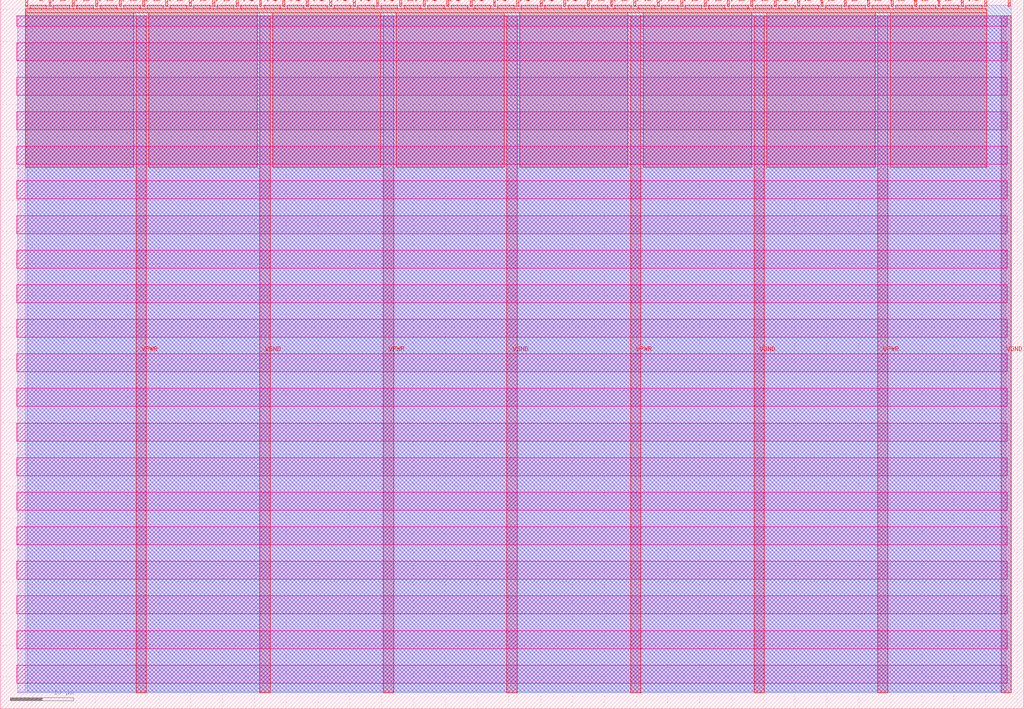
<source format=lef>
VERSION 5.7 ;
  NOWIREEXTENSIONATPIN ON ;
  DIVIDERCHAR "/" ;
  BUSBITCHARS "[]" ;
MACRO tt_um_njp_micro
  CLASS BLOCK ;
  FOREIGN tt_um_njp_micro ;
  ORIGIN 0.000 0.000 ;
  SIZE 161.000 BY 111.520 ;
  PIN VGND
    DIRECTION INOUT ;
    USE GROUND ;
    PORT
      LAYER met4 ;
        RECT 40.830 2.480 42.430 109.040 ;
    END
    PORT
      LAYER met4 ;
        RECT 79.700 2.480 81.300 109.040 ;
    END
    PORT
      LAYER met4 ;
        RECT 118.570 2.480 120.170 109.040 ;
    END
    PORT
      LAYER met4 ;
        RECT 157.440 2.480 159.040 109.040 ;
    END
  END VGND
  PIN VPWR
    DIRECTION INOUT ;
    USE POWER ;
    PORT
      LAYER met4 ;
        RECT 21.395 2.480 22.995 109.040 ;
    END
    PORT
      LAYER met4 ;
        RECT 60.265 2.480 61.865 109.040 ;
    END
    PORT
      LAYER met4 ;
        RECT 99.135 2.480 100.735 109.040 ;
    END
    PORT
      LAYER met4 ;
        RECT 138.005 2.480 139.605 109.040 ;
    END
  END VPWR
  PIN clk
    DIRECTION INPUT ;
    USE SIGNAL ;
    ANTENNAGATEAREA 0.852000 ;
    PORT
      LAYER met4 ;
        RECT 154.870 110.520 155.170 111.520 ;
    END
  END clk
  PIN ena
    DIRECTION INPUT ;
    USE SIGNAL ;
    PORT
      LAYER met4 ;
        RECT 158.550 110.520 158.850 111.520 ;
    END
  END ena
  PIN rst_n
    DIRECTION INPUT ;
    USE SIGNAL ;
    ANTENNAGATEAREA 0.196500 ;
    PORT
      LAYER met4 ;
        RECT 151.190 110.520 151.490 111.520 ;
    END
  END rst_n
  PIN ui_in[0]
    DIRECTION INPUT ;
    USE SIGNAL ;
    ANTENNAGATEAREA 0.196500 ;
    PORT
      LAYER met4 ;
        RECT 147.510 110.520 147.810 111.520 ;
    END
  END ui_in[0]
  PIN ui_in[1]
    DIRECTION INPUT ;
    USE SIGNAL ;
    ANTENNAGATEAREA 0.196500 ;
    PORT
      LAYER met4 ;
        RECT 143.830 110.520 144.130 111.520 ;
    END
  END ui_in[1]
  PIN ui_in[2]
    DIRECTION INPUT ;
    USE SIGNAL ;
    ANTENNAGATEAREA 0.196500 ;
    PORT
      LAYER met4 ;
        RECT 140.150 110.520 140.450 111.520 ;
    END
  END ui_in[2]
  PIN ui_in[3]
    DIRECTION INPUT ;
    USE SIGNAL ;
    ANTENNAGATEAREA 0.196500 ;
    PORT
      LAYER met4 ;
        RECT 136.470 110.520 136.770 111.520 ;
    END
  END ui_in[3]
  PIN ui_in[4]
    DIRECTION INPUT ;
    USE SIGNAL ;
    ANTENNAGATEAREA 0.196500 ;
    PORT
      LAYER met4 ;
        RECT 132.790 110.520 133.090 111.520 ;
    END
  END ui_in[4]
  PIN ui_in[5]
    DIRECTION INPUT ;
    USE SIGNAL ;
    ANTENNAGATEAREA 0.196500 ;
    PORT
      LAYER met4 ;
        RECT 129.110 110.520 129.410 111.520 ;
    END
  END ui_in[5]
  PIN ui_in[6]
    DIRECTION INPUT ;
    USE SIGNAL ;
    ANTENNAGATEAREA 0.196500 ;
    PORT
      LAYER met4 ;
        RECT 125.430 110.520 125.730 111.520 ;
    END
  END ui_in[6]
  PIN ui_in[7]
    DIRECTION INPUT ;
    USE SIGNAL ;
    ANTENNAGATEAREA 0.196500 ;
    PORT
      LAYER met4 ;
        RECT 121.750 110.520 122.050 111.520 ;
    END
  END ui_in[7]
  PIN uio_in[0]
    DIRECTION INPUT ;
    USE SIGNAL ;
    PORT
      LAYER met4 ;
        RECT 118.070 110.520 118.370 111.520 ;
    END
  END uio_in[0]
  PIN uio_in[1]
    DIRECTION INPUT ;
    USE SIGNAL ;
    PORT
      LAYER met4 ;
        RECT 114.390 110.520 114.690 111.520 ;
    END
  END uio_in[1]
  PIN uio_in[2]
    DIRECTION INPUT ;
    USE SIGNAL ;
    PORT
      LAYER met4 ;
        RECT 110.710 110.520 111.010 111.520 ;
    END
  END uio_in[2]
  PIN uio_in[3]
    DIRECTION INPUT ;
    USE SIGNAL ;
    PORT
      LAYER met4 ;
        RECT 107.030 110.520 107.330 111.520 ;
    END
  END uio_in[3]
  PIN uio_in[4]
    DIRECTION INPUT ;
    USE SIGNAL ;
    PORT
      LAYER met4 ;
        RECT 103.350 110.520 103.650 111.520 ;
    END
  END uio_in[4]
  PIN uio_in[5]
    DIRECTION INPUT ;
    USE SIGNAL ;
    PORT
      LAYER met4 ;
        RECT 99.670 110.520 99.970 111.520 ;
    END
  END uio_in[5]
  PIN uio_in[6]
    DIRECTION INPUT ;
    USE SIGNAL ;
    PORT
      LAYER met4 ;
        RECT 95.990 110.520 96.290 111.520 ;
    END
  END uio_in[6]
  PIN uio_in[7]
    DIRECTION INPUT ;
    USE SIGNAL ;
    PORT
      LAYER met4 ;
        RECT 92.310 110.520 92.610 111.520 ;
    END
  END uio_in[7]
  PIN uio_oe[0]
    DIRECTION OUTPUT TRISTATE ;
    USE SIGNAL ;
    PORT
      LAYER met4 ;
        RECT 29.750 110.520 30.050 111.520 ;
    END
  END uio_oe[0]
  PIN uio_oe[1]
    DIRECTION OUTPUT TRISTATE ;
    USE SIGNAL ;
    PORT
      LAYER met4 ;
        RECT 26.070 110.520 26.370 111.520 ;
    END
  END uio_oe[1]
  PIN uio_oe[2]
    DIRECTION OUTPUT TRISTATE ;
    USE SIGNAL ;
    PORT
      LAYER met4 ;
        RECT 22.390 110.520 22.690 111.520 ;
    END
  END uio_oe[2]
  PIN uio_oe[3]
    DIRECTION OUTPUT TRISTATE ;
    USE SIGNAL ;
    PORT
      LAYER met4 ;
        RECT 18.710 110.520 19.010 111.520 ;
    END
  END uio_oe[3]
  PIN uio_oe[4]
    DIRECTION OUTPUT TRISTATE ;
    USE SIGNAL ;
    PORT
      LAYER met4 ;
        RECT 15.030 110.520 15.330 111.520 ;
    END
  END uio_oe[4]
  PIN uio_oe[5]
    DIRECTION OUTPUT TRISTATE ;
    USE SIGNAL ;
    PORT
      LAYER met4 ;
        RECT 11.350 110.520 11.650 111.520 ;
    END
  END uio_oe[5]
  PIN uio_oe[6]
    DIRECTION OUTPUT TRISTATE ;
    USE SIGNAL ;
    PORT
      LAYER met4 ;
        RECT 7.670 110.520 7.970 111.520 ;
    END
  END uio_oe[6]
  PIN uio_oe[7]
    DIRECTION OUTPUT TRISTATE ;
    USE SIGNAL ;
    PORT
      LAYER met4 ;
        RECT 3.990 110.520 4.290 111.520 ;
    END
  END uio_oe[7]
  PIN uio_out[0]
    DIRECTION OUTPUT TRISTATE ;
    USE SIGNAL ;
    PORT
      LAYER met4 ;
        RECT 59.190 110.520 59.490 111.520 ;
    END
  END uio_out[0]
  PIN uio_out[1]
    DIRECTION OUTPUT TRISTATE ;
    USE SIGNAL ;
    PORT
      LAYER met4 ;
        RECT 55.510 110.520 55.810 111.520 ;
    END
  END uio_out[1]
  PIN uio_out[2]
    DIRECTION OUTPUT TRISTATE ;
    USE SIGNAL ;
    PORT
      LAYER met4 ;
        RECT 51.830 110.520 52.130 111.520 ;
    END
  END uio_out[2]
  PIN uio_out[3]
    DIRECTION OUTPUT TRISTATE ;
    USE SIGNAL ;
    PORT
      LAYER met4 ;
        RECT 48.150 110.520 48.450 111.520 ;
    END
  END uio_out[3]
  PIN uio_out[4]
    DIRECTION OUTPUT TRISTATE ;
    USE SIGNAL ;
    PORT
      LAYER met4 ;
        RECT 44.470 110.520 44.770 111.520 ;
    END
  END uio_out[4]
  PIN uio_out[5]
    DIRECTION OUTPUT TRISTATE ;
    USE SIGNAL ;
    PORT
      LAYER met4 ;
        RECT 40.790 110.520 41.090 111.520 ;
    END
  END uio_out[5]
  PIN uio_out[6]
    DIRECTION OUTPUT TRISTATE ;
    USE SIGNAL ;
    PORT
      LAYER met4 ;
        RECT 37.110 110.520 37.410 111.520 ;
    END
  END uio_out[6]
  PIN uio_out[7]
    DIRECTION OUTPUT TRISTATE ;
    USE SIGNAL ;
    PORT
      LAYER met4 ;
        RECT 33.430 110.520 33.730 111.520 ;
    END
  END uio_out[7]
  PIN uo_out[0]
    DIRECTION OUTPUT TRISTATE ;
    USE SIGNAL ;
    ANTENNAGATEAREA 0.126000 ;
    ANTENNADIFFAREA 0.445500 ;
    PORT
      LAYER met4 ;
        RECT 88.630 110.520 88.930 111.520 ;
    END
  END uo_out[0]
  PIN uo_out[1]
    DIRECTION OUTPUT TRISTATE ;
    USE SIGNAL ;
    ANTENNAGATEAREA 0.126000 ;
    ANTENNADIFFAREA 0.445500 ;
    PORT
      LAYER met4 ;
        RECT 84.950 110.520 85.250 111.520 ;
    END
  END uo_out[1]
  PIN uo_out[2]
    DIRECTION OUTPUT TRISTATE ;
    USE SIGNAL ;
    ANTENNAGATEAREA 0.126000 ;
    ANTENNADIFFAREA 0.445500 ;
    PORT
      LAYER met4 ;
        RECT 81.270 110.520 81.570 111.520 ;
    END
  END uo_out[2]
  PIN uo_out[3]
    DIRECTION OUTPUT TRISTATE ;
    USE SIGNAL ;
    ANTENNAGATEAREA 0.126000 ;
    ANTENNADIFFAREA 0.445500 ;
    PORT
      LAYER met4 ;
        RECT 77.590 110.520 77.890 111.520 ;
    END
  END uo_out[3]
  PIN uo_out[4]
    DIRECTION OUTPUT TRISTATE ;
    USE SIGNAL ;
    ANTENNAGATEAREA 0.126000 ;
    ANTENNADIFFAREA 0.445500 ;
    PORT
      LAYER met4 ;
        RECT 73.910 110.520 74.210 111.520 ;
    END
  END uo_out[4]
  PIN uo_out[5]
    DIRECTION OUTPUT TRISTATE ;
    USE SIGNAL ;
    ANTENNAGATEAREA 0.126000 ;
    ANTENNADIFFAREA 0.445500 ;
    PORT
      LAYER met4 ;
        RECT 70.230 110.520 70.530 111.520 ;
    END
  END uo_out[5]
  PIN uo_out[6]
    DIRECTION OUTPUT TRISTATE ;
    USE SIGNAL ;
    ANTENNAGATEAREA 0.126000 ;
    ANTENNADIFFAREA 0.445500 ;
    PORT
      LAYER met4 ;
        RECT 66.550 110.520 66.850 111.520 ;
    END
  END uo_out[6]
  PIN uo_out[7]
    DIRECTION OUTPUT TRISTATE ;
    USE SIGNAL ;
    ANTENNAGATEAREA 0.126000 ;
    ANTENNADIFFAREA 0.445500 ;
    PORT
      LAYER met4 ;
        RECT 62.870 110.520 63.170 111.520 ;
    END
  END uo_out[7]
  OBS
      LAYER nwell ;
        RECT 2.570 107.385 158.430 108.990 ;
        RECT 2.570 101.945 158.430 104.775 ;
        RECT 2.570 96.505 158.430 99.335 ;
        RECT 2.570 91.065 158.430 93.895 ;
        RECT 2.570 85.625 158.430 88.455 ;
        RECT 2.570 80.185 158.430 83.015 ;
        RECT 2.570 74.745 158.430 77.575 ;
        RECT 2.570 69.305 158.430 72.135 ;
        RECT 2.570 63.865 158.430 66.695 ;
        RECT 2.570 58.425 158.430 61.255 ;
        RECT 2.570 52.985 158.430 55.815 ;
        RECT 2.570 47.545 158.430 50.375 ;
        RECT 2.570 42.105 158.430 44.935 ;
        RECT 2.570 36.665 158.430 39.495 ;
        RECT 2.570 31.225 158.430 34.055 ;
        RECT 2.570 25.785 158.430 28.615 ;
        RECT 2.570 20.345 158.430 23.175 ;
        RECT 2.570 14.905 158.430 17.735 ;
        RECT 2.570 9.465 158.430 12.295 ;
        RECT 2.570 4.025 158.430 6.855 ;
      LAYER li1 ;
        RECT 2.760 2.635 158.240 108.885 ;
      LAYER met1 ;
        RECT 2.760 2.480 159.040 109.040 ;
      LAYER met2 ;
        RECT 4.230 2.535 159.010 110.685 ;
      LAYER met3 ;
        RECT 3.950 2.555 159.030 110.665 ;
      LAYER met4 ;
        RECT 4.690 110.120 7.270 110.665 ;
        RECT 8.370 110.120 10.950 110.665 ;
        RECT 12.050 110.120 14.630 110.665 ;
        RECT 15.730 110.120 18.310 110.665 ;
        RECT 19.410 110.120 21.990 110.665 ;
        RECT 23.090 110.120 25.670 110.665 ;
        RECT 26.770 110.120 29.350 110.665 ;
        RECT 30.450 110.120 33.030 110.665 ;
        RECT 34.130 110.120 36.710 110.665 ;
        RECT 37.810 110.120 40.390 110.665 ;
        RECT 41.490 110.120 44.070 110.665 ;
        RECT 45.170 110.120 47.750 110.665 ;
        RECT 48.850 110.120 51.430 110.665 ;
        RECT 52.530 110.120 55.110 110.665 ;
        RECT 56.210 110.120 58.790 110.665 ;
        RECT 59.890 110.120 62.470 110.665 ;
        RECT 63.570 110.120 66.150 110.665 ;
        RECT 67.250 110.120 69.830 110.665 ;
        RECT 70.930 110.120 73.510 110.665 ;
        RECT 74.610 110.120 77.190 110.665 ;
        RECT 78.290 110.120 80.870 110.665 ;
        RECT 81.970 110.120 84.550 110.665 ;
        RECT 85.650 110.120 88.230 110.665 ;
        RECT 89.330 110.120 91.910 110.665 ;
        RECT 93.010 110.120 95.590 110.665 ;
        RECT 96.690 110.120 99.270 110.665 ;
        RECT 100.370 110.120 102.950 110.665 ;
        RECT 104.050 110.120 106.630 110.665 ;
        RECT 107.730 110.120 110.310 110.665 ;
        RECT 111.410 110.120 113.990 110.665 ;
        RECT 115.090 110.120 117.670 110.665 ;
        RECT 118.770 110.120 121.350 110.665 ;
        RECT 122.450 110.120 125.030 110.665 ;
        RECT 126.130 110.120 128.710 110.665 ;
        RECT 129.810 110.120 132.390 110.665 ;
        RECT 133.490 110.120 136.070 110.665 ;
        RECT 137.170 110.120 139.750 110.665 ;
        RECT 140.850 110.120 143.430 110.665 ;
        RECT 144.530 110.120 147.110 110.665 ;
        RECT 148.210 110.120 150.790 110.665 ;
        RECT 151.890 110.120 154.470 110.665 ;
        RECT 3.975 109.440 155.185 110.120 ;
        RECT 3.975 85.175 20.995 109.440 ;
        RECT 23.395 85.175 40.430 109.440 ;
        RECT 42.830 85.175 59.865 109.440 ;
        RECT 62.265 85.175 79.300 109.440 ;
        RECT 81.700 85.175 98.735 109.440 ;
        RECT 101.135 85.175 118.170 109.440 ;
        RECT 120.570 85.175 137.605 109.440 ;
        RECT 140.005 85.175 155.185 109.440 ;
  END
END tt_um_njp_micro
END LIBRARY


</source>
